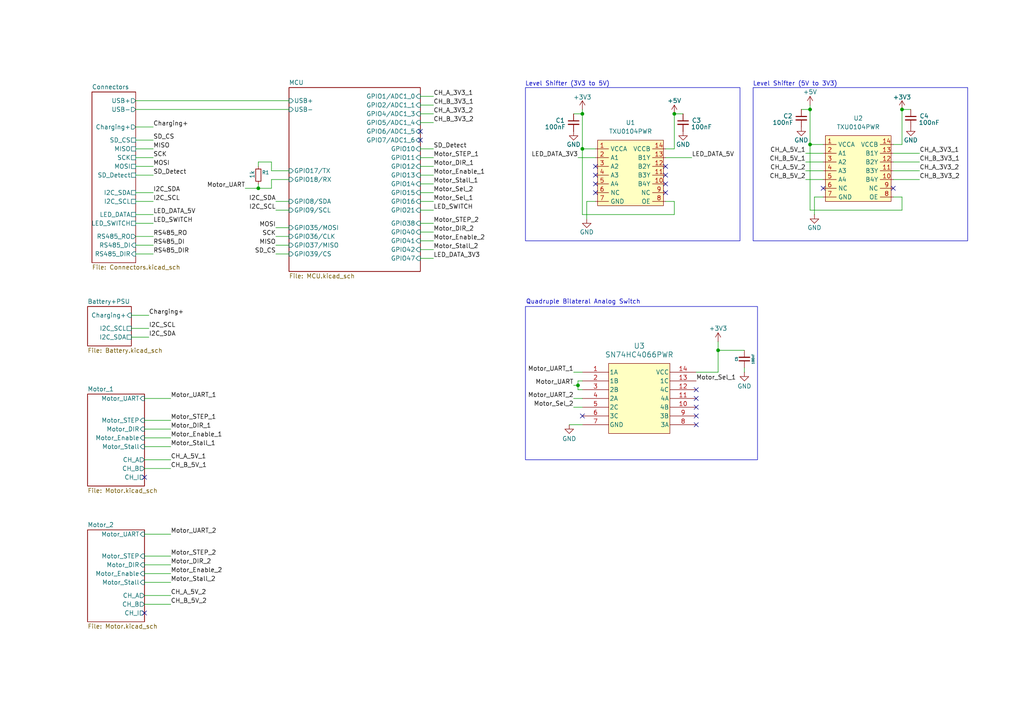
<source format=kicad_sch>
(kicad_sch (version 20250114) (generator "eeschema") (generator_version "9.0")
  (paper "A4")
  (title_block (title "Smart Key Cutter") (date "2025-05-21") (rev "2") (company "Ingenium Engineering Solutions") (comment 1 "Purak Patel"))
  (lib_symbols
    (symbol "Device:C_Small" (pin_numbers (hide yes)) (pin_names (offset 0.254) (hide yes))
      (property "Reference" "C" (at 0.254 1.778 0))
      (property "Value" "C_Small" (at 0.254 -2.032 0))
      (symbol "C_Small_0_1"
        (polyline (pts (xy -1.524 0.508) (xy 1.524 0.508)) (stroke (width 0.3048)))
        (polyline (pts (xy -1.524 -0.508) (xy 1.524 -0.508)) (stroke (width 0.3302)))
      )
      (symbol "C_Small_1_1"
        (pin passive line (at 0 2.54 270) (length 2.032) (name "~") (number "1"))
        (pin passive line (at 0 -2.54 90) (length 2.032) (name "~") (number "2"))
      )
    )
    (symbol "Device:R_Small" (pin_numbers (hide yes)) (pin_names (offset 0.254) (hide yes))
      (property "Reference" "R" (at 0 0 90))
      (property "Value" "R_Small" (at 1.778 0 90))
      (symbol "R_Small_0_1"
        (rectangle (start -0.762 1.778) (end 0.762 -1.778) (stroke (width 0.2032)))
      )
      (symbol "R_Small_1_1"
        (pin passive line (at 0 2.54 270) (length 0.762) (name "~") (number "1"))
        (pin passive line (at 0 -2.54 90) (length 0.762) (name "~") (number "2"))
      )
    )
    (symbol "Ingenium:SN74HC4066DBR" (pin_names (offset 0.254))
      (property "Reference" "U" (at 8.2296 3.9116 0))
      (property "Value" "SN74HC4066DBR" (at 20.1168 3.7084 0))
      (symbol "SN74HC4066DBR_0_1"
        (pin input line (at 0 0 0) (length 7.62) (name "1A") (number "1"))
        (pin input line (at 0 -2.54 0) (length 7.62) (name "1B") (number "2"))
        (pin input line (at 0 -5.08 0) (length 7.62) (name "2B") (number "3"))
        (pin input line (at 0 -7.62 0) (length 7.62) (name "2A") (number "4"))
        (pin input line (at 0 -10.16 0) (length 7.62) (name "2C") (number "5"))
        (pin input line (at 0 -12.7 0) (length 7.62) (name "3C") (number "6"))
        (pin power_in line (at 0 -15.24 0) (length 7.62) (name "GND") (number "7"))
        (pin power_in line (at 33.02 0 180) (length 7.62) (name "VCC") (number "14"))
        (pin input line (at 33.02 -2.54 180) (length 7.62) (name "1C") (number "13"))
        (pin input line (at 33.02 -5.08 180) (length 7.62) (name "4C") (number "12"))
        (pin input line (at 33.02 -7.62 180) (length 7.62) (name "4A") (number "11"))
        (pin input line (at 33.02 -10.16 180) (length 7.62) (name "4B") (number "10"))
        (pin input line (at 33.02 -12.7 180) (length 7.62) (name "3B") (number "9"))
        (pin input line (at 33.02 -15.24 180) (length 7.62) (name "3A") (number "8"))
      )
      (symbol "SN74HC4066DBR_1_1"
        (rectangle (start 7.62 2.54) (end 25.4 -17.78) (fill (type background)))
      )
    )
    (symbol "Summit:TXU0104PWR"
      (property "Reference" "U" (at -1.27 0.762 0))
      (property "Value" "TXU0104PWR" (at 11.43 1.016 0))
      (symbol "TXU0104PWR_1_0"
        (pin input line (at 17.78 -2.54 180) (length 3.81) (name "VCCB") (number "14"))
        (pin input line (at 17.78 -5.08 180) (length 3.81) (name "B1Y") (number "13"))
        (pin input line (at 17.78 -7.62 180) (length 3.81) (name "B2Y") (number "12"))
        (pin input line (at 17.78 -10.16 180) (length 3.81) (name "B3Y") (number "11"))
        (pin input line (at 17.78 -12.7 180) (length 3.81) (name "B4Y") (number "10"))
        (pin input line (at 17.78 -15.24 180) (length 3.81) (name "NC") (number "9"))
      )
      (symbol "TXU0104PWR_1_1"
        (rectangle (start -1.905 0) (end 17.145 -19.05) (fill (type background)))
        (pin input line (at -2.54 -2.54 0) (length 3.81) (name "VCCA") (number "1"))
        (pin input line (at -2.54 -5.08 0) (length 3.81) (name "A1") (number "2"))
        (pin input line (at -2.54 -7.62 0) (length 3.81) (name "A2") (number "3"))
        (pin input line (at -2.54 -10.16 0) (length 3.81) (name "A3") (number "4"))
        (pin input line (at -2.54 -12.7 0) (length 3.81) (name "A4") (number "5"))
        (pin input line (at -2.54 -15.24 0) (length 3.81) (name "NC") (number "6"))
        (pin input line (at -2.54 -17.78 0) (length 3.81) (name "GND") (number "7"))
        (pin input line (at 17.78 -17.78 180) (length 3.81) (name "OE") (number "8"))
      )
    )
    (symbol "power:+3V3" (power) (pin_numbers (hide yes)) (pin_names (offset 0) (hide yes))
      (property "Value" "+3V3" (at 0 3.556 0))
      (symbol "+3V3_0_1"
        (polyline (pts (xy -0.762 1.27) (xy 0 2.54)))
        (polyline (pts (xy 0 2.54) (xy 0.762 1.27)))
        (polyline (pts (xy 0 0) (xy 0 2.54)))
      )
      (symbol "+3V3_1_1"
        (pin power_in line (at 0 0 90) (length 0) (name "~") (number "1"))
      )
    )
    (symbol "power:+5V" (power) (pin_names (offset 0))
      (property "Value" "+5V" (at 0 3.556 0))
      (symbol "+5V_0_1"
        (polyline (pts (xy -0.762 1.27) (xy 0 2.54)))
        (polyline (pts (xy 0 2.54) (xy 0.762 1.27)))
        (polyline (pts (xy 0 0) (xy 0 2.54)))
      )
      (symbol "+5V_1_1"
        (pin power_in line (at 0 0 90) (length 0) (hide yes) (name "+5V") (number "1"))
      )
    )
    (symbol "power:GND" (power) (pin_numbers (hide yes)) (pin_names (offset 0) (hide yes))
      (property "Value" "GND" (at 0 -3.81 0))
      (symbol "GND_0_1"
        (polyline (pts (xy 0 0) (xy 0 -1.27) (xy 1.27 -1.27) (xy 0 -2.54) (xy -1.27 -1.27) (xy 0 -1.27)))
      )
      (symbol "GND_1_1"
        (pin power_in line (at 0 0 270) (length 0) (name "~") (number "1"))
      )
    )
  )
  (rectangle (start 218.44 25.4) (end 280.67 69.85))
  (rectangle (start 152.4 88.9) (end 219.71 133.35))
  (rectangle (start 152.4 25.4) (end 214.63 69.85))
  (text "Level Shifter (5V to 3V3)" (at 230.632 24.384 0) (effects (font (size 1.27 1.27))))
  (text "Quadruple Bilateral Analog Switch" (at 169.164 87.63 0) (effects (font (size 1.27 1.27))))
  (text "Level Shifter (3V3 to 5V)" (at 164.592 24.384 0) (effects (font (size 1.27 1.27))))
  (junction (at 261.62 31.75))
  (junction (at 168.91 43.18))
  (junction (at 234.95 41.91))
  (junction (at 167.64 111.76))
  (junction (at 195.58 33.02))
  (junction (at 234.95 31.75))
  (junction (at 74.93 54.61))
  (junction (at 168.91 33.02))
  (junction (at 208.28 101.6))
  (no_connect (at 193.04 50.8))
  (no_connect (at 168.91 120.65))
  (no_connect (at 201.93 113.03))
  (no_connect (at 172.72 50.8))
  (no_connect (at 193.04 48.26))
  (no_connect (at 41.91 138.43))
  (no_connect (at 201.93 118.11))
  (no_connect (at 259.08 54.61))
  (no_connect (at 172.72 48.26))
  (no_connect (at 201.93 115.57))
  (no_connect (at 121.92 40.64))
  (no_connect (at 201.93 123.19))
  (no_connect (at 172.72 55.88))
  (no_connect (at 238.76 54.61))
  (no_connect (at 172.72 53.34))
  (no_connect (at 193.04 55.88))
  (no_connect (at 201.93 120.65))
  (no_connect (at 193.04 53.34))
  (no_connect (at 121.92 38.1))
  (no_connect (at 41.91 177.8))
  (wire (pts (xy 39.37 62.23) (xy 44.45 62.23)))
  (wire (pts (xy 208.28 101.6) (xy 215.9 101.6)))
  (wire (pts (xy 39.37 48.26) (xy 44.45 48.26)))
  (wire (pts (xy 193.04 45.72) (xy 200.66 45.72)))
  (wire (pts (xy 74.93 46.99) (xy 78.74 46.99)))
  (wire (pts (xy 167.64 111.76) (xy 167.64 113.03)))
  (wire (pts (xy 168.91 43.18) (xy 168.91 33.02)))
  (wire (pts (xy 121.92 55.88) (xy 125.73 55.88)))
  (wire (pts (xy 38.1 95.25) (xy 43.18 95.25)))
  (wire (pts (xy 233.68 44.45) (xy 238.76 44.45)))
  (wire (pts (xy 49.53 154.94) (xy 41.91 154.94)))
  (wire (pts (xy 49.53 168.91) (xy 41.91 168.91)))
  (wire (pts (xy 121.92 35.56) (xy 125.73 35.56)))
  (wire (pts (xy 261.62 31.75) (xy 264.16 31.75)))
  (wire (pts (xy 121.92 27.94) (xy 125.73 27.94)))
  (wire (pts (xy 121.92 74.93) (xy 125.73 74.93)))
  (wire (pts (xy 39.37 64.77) (xy 44.45 64.77)))
  (wire (pts (xy 121.92 33.02) (xy 125.73 33.02)))
  (wire (pts (xy 80.01 68.58) (xy 83.82 68.58)))
  (wire (pts (xy 41.91 133.35) (xy 49.53 133.35)))
  (wire (pts (xy 74.93 46.99) (xy 74.93 48.26)))
  (wire (pts (xy 168.91 31.75) (xy 168.91 33.02)))
  (wire (pts (xy 38.1 97.79) (xy 43.18 97.79)))
  (wire (pts (xy 168.91 110.49) (xy 167.64 110.49)))
  (wire (pts (xy 121.92 72.39) (xy 125.73 72.39)))
  (wire (pts (xy 80.01 73.66) (xy 83.82 73.66)))
  (wire (pts (xy 168.91 62.23) (xy 168.91 43.18)))
  (wire (pts (xy 195.58 62.23) (xy 168.91 62.23)))
  (wire (pts (xy 121.92 69.85) (xy 125.73 69.85)))
  (wire (pts (xy 234.95 30.48) (xy 234.95 31.75)))
  (wire (pts (xy 234.95 41.91) (xy 234.95 31.75)))
  (wire (pts (xy 74.93 54.61) (xy 78.74 54.61)))
  (wire (pts (xy 80.01 60.96) (xy 83.82 60.96)))
  (wire (pts (xy 193.04 43.18) (xy 195.58 43.18)))
  (wire (pts (xy 233.68 49.53) (xy 238.76 49.53)))
  (wire (pts (xy 38.1 91.44) (xy 43.18 91.44)))
  (wire (pts (xy 78.74 52.07) (xy 78.74 54.61)))
  (wire (pts (xy 39.37 40.64) (xy 44.45 40.64)))
  (wire (pts (xy 234.95 60.96) (xy 234.95 41.91)))
  (wire (pts (xy 195.58 58.42) (xy 195.58 62.23)))
  (wire (pts (xy 83.82 52.07) (xy 78.74 52.07)))
  (wire (pts (xy 39.37 36.83) (xy 44.45 36.83)))
  (wire (pts (xy 39.37 55.88) (xy 44.45 55.88)))
  (wire (pts (xy 121.92 58.42) (xy 125.73 58.42)))
  (wire (pts (xy 121.92 48.26) (xy 125.73 48.26)))
  (wire (pts (xy 39.37 71.12) (xy 44.45 71.12)))
  (wire (pts (xy 41.91 172.72) (xy 49.53 172.72)))
  (wire (pts (xy 259.08 52.07) (xy 266.7 52.07)))
  (wire (pts (xy 193.04 58.42) (xy 195.58 58.42)))
  (wire (pts (xy 170.18 58.42) (xy 172.72 58.42)))
  (wire (pts (xy 168.91 43.18) (xy 172.72 43.18)))
  (wire (pts (xy 121.92 43.18) (xy 125.73 43.18)))
  (wire (pts (xy 49.53 127) (xy 41.91 127)))
  (wire (pts (xy 215.9 106.68) (xy 215.9 107.95)))
  (wire (pts (xy 121.92 45.72) (xy 125.73 45.72)))
  (wire (pts (xy 121.92 60.96) (xy 125.73 60.96)))
  (wire (pts (xy 121.92 53.34) (xy 125.73 53.34)))
  (wire (pts (xy 166.37 107.95) (xy 168.91 107.95)))
  (wire (pts (xy 121.92 30.48) (xy 125.73 30.48)))
  (wire (pts (xy 232.41 31.75) (xy 234.95 31.75)))
  (wire (pts (xy 259.08 46.99) (xy 266.7 46.99)))
  (wire (pts (xy 39.37 73.66) (xy 44.45 73.66)))
  (wire (pts (xy 170.18 63.5) (xy 170.18 58.42)))
  (wire (pts (xy 233.68 52.07) (xy 238.76 52.07)))
  (wire (pts (xy 39.37 58.42) (xy 44.45 58.42)))
  (wire (pts (xy 39.37 68.58) (xy 44.45 68.58)))
  (wire (pts (xy 259.08 41.91) (xy 261.62 41.91)))
  (wire (pts (xy 236.22 62.23) (xy 236.22 57.15)))
  (wire (pts (xy 167.64 45.72) (xy 172.72 45.72)))
  (wire (pts (xy 168.91 113.03) (xy 167.64 113.03)))
  (wire (pts (xy 261.62 41.91) (xy 261.62 31.75)))
  (wire (pts (xy 201.93 107.95) (xy 208.28 107.95)))
  (wire (pts (xy 41.91 175.26) (xy 49.53 175.26)))
  (wire (pts (xy 49.53 115.57) (xy 41.91 115.57)))
  (wire (pts (xy 41.91 135.89) (xy 49.53 135.89)))
  (wire (pts (xy 49.53 121.92) (xy 41.91 121.92)))
  (wire (pts (xy 234.95 41.91) (xy 238.76 41.91)))
  (wire (pts (xy 39.37 29.21) (xy 83.82 29.21)))
  (wire (pts (xy 167.64 110.49) (xy 167.64 111.76)))
  (wire (pts (xy 259.08 49.53) (xy 266.7 49.53)))
  (wire (pts (xy 39.37 43.18) (xy 44.45 43.18)))
  (wire (pts (xy 74.93 53.34) (xy 74.93 54.61)))
  (wire (pts (xy 71.12 54.61) (xy 74.93 54.61)))
  (wire (pts (xy 49.53 166.37) (xy 41.91 166.37)))
  (wire (pts (xy 121.92 50.8) (xy 125.73 50.8)))
  (wire (pts (xy 39.37 31.75) (xy 83.82 31.75)))
  (wire (pts (xy 167.64 111.76) (xy 166.37 111.76)))
  (wire (pts (xy 195.58 43.18) (xy 195.58 33.02)))
  (wire (pts (xy 80.01 71.12) (xy 83.82 71.12)))
  (wire (pts (xy 166.37 115.57) (xy 168.91 115.57)))
  (wire (pts (xy 208.28 101.6) (xy 208.28 107.95)))
  (wire (pts (xy 121.92 64.77) (xy 125.73 64.77)))
  (wire (pts (xy 39.37 50.8) (xy 44.45 50.8)))
  (wire (pts (xy 166.37 118.11) (xy 168.91 118.11)))
  (wire (pts (xy 78.74 49.53) (xy 83.82 49.53)))
  (wire (pts (xy 236.22 57.15) (xy 238.76 57.15)))
  (wire (pts (xy 261.62 60.96) (xy 234.95 60.96)))
  (wire (pts (xy 49.53 161.29) (xy 41.91 161.29)))
  (wire (pts (xy 49.53 163.83) (xy 41.91 163.83)))
  (wire (pts (xy 80.01 58.42) (xy 83.82 58.42)))
  (wire (pts (xy 49.53 124.46) (xy 41.91 124.46)))
  (wire (pts (xy 80.01 66.04) (xy 83.82 66.04)))
  (wire (pts (xy 165.1 123.19) (xy 168.91 123.19)))
  (wire (pts (xy 195.58 33.02) (xy 198.12 33.02)))
  (wire (pts (xy 259.08 57.15) (xy 261.62 57.15)))
  (wire (pts (xy 49.53 129.54) (xy 41.91 129.54)))
  (wire (pts (xy 166.37 33.02) (xy 168.91 33.02)))
  (wire (pts (xy 261.62 57.15) (xy 261.62 60.96)))
  (wire (pts (xy 208.28 99.06) (xy 208.28 101.6)))
  (wire (pts (xy 39.37 45.72) (xy 44.45 45.72)))
  (wire (pts (xy 121.92 67.31) (xy 125.73 67.31)))
  (wire (pts (xy 233.68 46.99) (xy 238.76 46.99)))
  (wire (pts (xy 78.74 46.99) (xy 78.74 49.53)))
  (wire (pts (xy 259.08 44.45) (xy 266.7 44.45)))
  (label "CH_A_5V_2" (at 233.68 49.53 180))
  (label "CH_A_5V_1" (at 49.53 133.35 0))
  (label "Motor_Stall_2" (at 49.53 168.91 0))
  (label "Motor_Enable_1" (at 49.53 127 0))
  (label "CH_B_5V_1" (at 49.53 135.89 0))
  (label "CH_B_5V_2" (at 233.68 52.07 180))
  (label "LED_DATA_5V" (at 200.66 45.72 0))
  (label "Motor_UART_2" (at 166.37 115.57 180))
  (label "RS485_RO" (at 44.45 68.58 0))
  (label "Motor_DIR_1" (at 125.73 48.26 0))
  (label "SD_CS" (at 80.01 73.66 180))
  (label "SCK" (at 44.45 45.72 0))
  (label "Motor_Stall_2" (at 125.73 72.39 0))
  (label "I2C_SCL" (at 44.45 58.42 0))
  (label "CH_B_5V_1" (at 233.68 46.99 180))
  (label "SD_Detect" (at 125.73 43.18 0))
  (label "Motor_UART_1" (at 166.37 107.95 180))
  (label "I2C_SCL" (at 80.01 60.96 180))
  (label "CH_B_3V3_2" (at 266.7 52.07 0))
  (label "Motor_UART" (at 166.37 111.76 180))
  (label "Motor_DIR_1" (at 49.53 124.46 0))
  (label "Motor_DIR_2" (at 125.73 67.31 0))
  (label "LED_SWITCH" (at 125.73 60.96 0))
  (label "Motor_Stall_1" (at 49.53 129.54 0))
  (label "Motor_UART_2" (at 49.53 154.94 0))
  (label "MISO" (at 44.45 43.18 0))
  (label "Motor_Sel_2" (at 125.73 55.88 0))
  (label "I2C_SDA" (at 80.01 58.42 180))
  (label "CH_B_3V3_1" (at 125.73 30.48 0))
  (label "Charging+" (at 43.18 91.44 0))
  (label "Motor_Stall_1" (at 125.73 53.34 0))
  (label "MISO" (at 80.01 71.12 180))
  (label "I2C_SDA" (at 44.45 55.88 0))
  (label "Motor_STEP_1" (at 49.53 121.92 0))
  (label "MOSI" (at 80.01 66.04 180))
  (label "Motor_Enable_2" (at 49.53 166.37 0))
  (label "CH_A_5V_1" (at 233.68 44.45 180))
  (label "SD_Detect" (at 44.45 50.8 0))
  (label "CH_A_5V_2" (at 49.53 172.72 0))
  (label "RS485_DIR" (at 44.45 73.66 0))
  (label "I2C_SDA" (at 43.18 97.79 0))
  (label "Motor_UART" (at 71.12 54.61 180))
  (label "SCK" (at 80.01 68.58 180))
  (label "LED_SWITCH" (at 44.45 64.77 0))
  (label "LED_DATA_3V3" (at 167.64 45.72 180))
  (label "Motor_Enable_1" (at 125.73 50.8 0))
  (label "CH_A_3V3_2" (at 125.73 33.02 0))
  (label "LED_DATA_3V3" (at 125.73 74.93 0))
  (label "CH_B_3V3_1" (at 266.7 46.99 0))
  (label "Motor_Sel_1" (at 201.93 110.49 0))
  (label "Motor_STEP_1" (at 125.73 45.72 0))
  (label "Motor_STEP_2" (at 49.53 161.29 0))
  (label "CH_A_3V3_2" (at 266.7 49.53 0))
  (label "Motor_Sel_2" (at 166.37 118.11 180))
  (label "RS485_DI" (at 44.45 71.12 0))
  (label "Motor_Sel_1" (at 125.73 58.42 0))
  (label "I2C_SCL" (at 43.18 95.25 0))
  (label "Charging+" (at 44.45 36.83 0))
  (label "CH_A_3V3_1" (at 266.7 44.45 0))
  (label "CH_A_3V3_1" (at 125.73 27.94 0))
  (label "CH_B_3V3_2" (at 125.73 35.56 0))
  (label "Motor_DIR_2" (at 49.53 163.83 0))
  (label "MOSI" (at 44.45 48.26 0))
  (label "LED_DATA_5V" (at 44.45 62.23 0))
  (label "Motor_STEP_2" (at 125.73 64.77 0))
  (label "SD_CS" (at 44.45 40.64 0))
  (label "CH_B_5V_2" (at 49.53 175.26 0))
  (label "Motor_UART_1" (at 49.53 115.57 0))
  (label "Motor_Enable_2" (at 125.73 69.85 0))
  (symbol (lib_id "power:+3V3") (at 261.62 31.75 0) (unit 1)
    (property "Reference" "#PWR08" (effects (hide yes)))
    (property "Value" "+3V3" (at 261.62 28.194 0))
    (property "Description" "Power symbol creates a global label with name \"+3V3\"" (effects (hide yes)))
  )
  (symbol (lib_id "Ingenium:SN74HC4066DBR") (at 168.91 107.95 0) (unit 1)
    (property "Reference" "U3" (at 185.42 100.33 0) (effects (font (size 1.524 1.524))))
    (property "Value" "SN74HC4066PWR" (at 185.42 102.87 0) (effects (font (size 1.524 1.524))))
    (property "Footprint" "Package_SO:TSSOP-14_4.4x5mm_P0.65mm" (effects (hide yes)))
    (property "Datasheet" "https://www.ti.com/lit/ds/symlink/sn74hc4066.pdf?ts=1749793803092&ref_url=https%253A%252F%252Fwww.ti.com%252Fproduct%252FSN74HC4066%252Fpart-details%252FSN74HC4066PWR" (effects (hide yes)))
  )
  (symbol (lib_id "power:GND") (at 236.22 62.23 0) (unit 1)
    (property "Reference" "#PWR06" (effects (hide yes)))
    (property "Value" "GND" (at 236.22 66.04 0))
  )
  (symbol (lib_id "power:GND") (at 215.9 107.95 0) (unit 1)
    (property "Reference" "#PWR013" (effects (hide yes)))
    (property "Value" "GND" (at 215.9 112.014 0))
    (property "Description" "Power symbol creates a global label with name \"GND\" , ground" (effects (hide yes)))
  )
  (symbol (lib_id "power:GND") (at 264.16 36.83 0) (unit 1)
    (property "Reference" "#PWR010" (effects (hide yes)))
    (property "Value" "GND" (at 264.16 40.64 0))
  )
  (symbol (lib_id "power:+3V3") (at 168.91 31.75 0) (unit 1)
    (property "Reference" "#PWR03" (effects (hide yes)))
    (property "Value" "+3V3" (at 168.91 28.194 0))
    (property "Description" "Power symbol creates a global label with name \"+3V3\"" (effects (hide yes)))
  )
  (symbol (lib_id "power:GND") (at 166.37 38.1 0) (unit 1)
    (property "Reference" "#PWR01" (effects (hide yes)))
    (property "Value" "GND" (at 166.37 41.91 0))
  )
  (symbol (lib_id "Device:C_Small") (at 215.9 104.14 180) (unit 1)
    (property "Reference" "C5" (at 213.614 104.14 90) (effects (font (size 0.635 0.635))))
    (property "Value" "100nF" (at 218.44 104.14 90) (effects (font (size 0.635 0.635))))
    (property "Footprint" "Capacitor_SMD:C_0402_1005Metric" (effects (hide yes)))
    (property "Description" "Unpolarized capacitor, small symbol" (effects (hide yes)))
  )
  (symbol (lib_id "Summit:TXU0104PWR") (at 241.3 39.37 0) (unit 1)
    (property "Reference" "U2" (at 248.92 34.29 0))
    (property "Value" "TXU0104PWR" (at 248.92 36.83 0))
    (property "Footprint" "Package_SO:TSSOP-14_4.4x5mm_P0.65mm" (effects (hide yes)))
    (property "Datasheet" "https://www.ti.com/general/docs/suppproductinfo.tsp?distId=10&gotoUrl=http%3A%2F%2Fwww.ti.com%2Flit%2Fgpn%2FTXU0104" (effects (hide yes)))
    (property "LCSC#" "C2938871" (effects (hide yes)))
  )
  (symbol (lib_id "Device:C_Small") (at 166.37 35.56 0) (mirror y) (unit 1)
    (property "Reference" "C1" (at 163.83 34.9313 0) (effects (justify left)))
    (property "Value" "100nF" (at 164.084 36.83 0) (effects (justify left)))
    (property "Footprint" "Capacitor_SMD:C_0402_1005Metric" (effects (hide yes)))
  )
  (symbol (lib_id "power:GND") (at 198.12 38.1 0) (unit 1)
    (property "Reference" "#PWR09" (effects (hide yes)))
    (property "Value" "GND" (at 198.12 41.91 0))
  )
  (symbol (lib_id "Summit:TXU0104PWR") (at 175.26 40.64 0) (unit 1)
    (property "Reference" "U1" (at 182.88 35.56 0))
    (property "Value" "TXU0104PWR" (at 182.88 38.1 0))
    (property "Footprint" "Package_SO:TSSOP-14_4.4x5mm_P0.65mm" (effects (hide yes)))
    (property "Datasheet" "https://www.ti.com/general/docs/suppproductinfo.tsp?distId=10&gotoUrl=http%3A%2F%2Fwww.ti.com%2Flit%2Fgpn%2FTXU0104" (effects (hide yes)))
    (property "LCSC#" "C2938871" (effects (hide yes)))
  )
  (symbol (lib_id "power:GND") (at 170.18 63.5 0) (unit 1)
    (property "Reference" "#PWR05" (effects (hide yes)))
    (property "Value" "GND" (at 170.18 67.31 0))
  )
  (symbol (lib_id "power:+3V3") (at 208.28 99.06 0) (unit 1)
    (property "Reference" "#PWR012" (effects (hide yes)))
    (property "Value" "+3V3" (at 208.28 95.25 0))
    (property "Description" "Power symbol creates a global label with name \"+3V3\"" (effects (hide yes)))
  )
  (symbol (lib_id "power:+5V") (at 234.95 30.48 0) (unit 1)
    (property "Reference" "#PWR04" (effects (hide yes)))
    (property "Value" "+5V" (at 234.95 26.67 0))
  )
  (symbol (lib_id "Device:C_Small") (at 232.41 34.29 0) (mirror y) (unit 1)
    (property "Reference" "C2" (at 229.87 33.6613 0) (effects (justify left)))
    (property "Value" "100nF" (at 230.124 35.56 0) (effects (justify left)))
    (property "Footprint" "Capacitor_SMD:C_0402_1005Metric" (effects (hide yes)))
  )
  (symbol (lib_id "Device:R_Small") (at 74.93 50.8 0) (unit 1)
    (property "Reference" "R1" (at 75.946 50.038 0) (effects (font (size 1.016 1.016)) (justify left)))
    (property "Value" "1k" (at 73.152 51.816 90) (effects (justify left)))
    (property "Footprint" "Resistor_SMD:R_0402_1005Metric" (effects (hide yes)))
    (property "Description" "Resistor, small symbol" (effects (hide yes)))
  )
  (symbol (lib_id "Device:C_Small") (at 264.16 34.29 0) (unit 1)
    (property "Reference" "C4" (at 266.7 33.6613 0) (effects (justify left)))
    (property "Value" "100nF" (at 266.446 35.56 0) (effects (justify left)))
    (property "Footprint" "Capacitor_SMD:C_0402_1005Metric" (effects (hide yes)))
  )
  (symbol (lib_id "power:+5V") (at 195.58 33.02 0) (unit 1)
    (property "Reference" "#PWR07" (effects (hide yes)))
    (property "Value" "+5V" (at 195.58 29.21 0))
  )
  (symbol (lib_id "power:GND") (at 232.41 36.83 0) (unit 1)
    (property "Reference" "#PWR02" (effects (hide yes)))
    (property "Value" "GND" (at 232.41 40.64 0))
  )
  (symbol (lib_id "power:GND") (at 165.1 123.19 0) (unit 1)
    (property "Reference" "#PWR011" (effects (hide yes)))
    (property "Value" "GND" (at 165.1 127.254 0))
    (property "Description" "Power symbol creates a global label with name \"GND\" , ground" (effects (hide yes)))
  )
  (symbol (lib_id "Device:C_Small") (at 198.12 35.56 0) (unit 1)
    (property "Reference" "C3" (at 200.66 34.9313 0) (effects (justify left)))
    (property "Value" "100nF" (at 200.406 36.83 0) (effects (justify left)))
    (property "Footprint" "Capacitor_SMD:C_0402_1005Metric" (effects (hide yes)))
  )
  (sheet (at 83.82 25.4) (size 38.1 53.34) (stroke (width 0.1524))
    (property "Sheetname" "MCU" (at 83.82 24.6884 0) (effects (justify left bottom)))
    (property "Sheetfile" "MCU.kicad_sch" (at 83.82 79.3246 0) (effects (justify left top)))
    (pin "GPIO42" input (at 121.92 72.39 0))
    (pin "GPIO47" input (at 121.92 74.93 0))
    (pin "GPIO2{slash}ADC1_1" input (at 121.92 30.48 0))
    (pin "GPIO1{slash}ADC1_0" input (at 121.92 27.94 0))
    (pin "GPIO21" input (at 121.92 60.96 0))
    (pin "GPIO17{slash}TX" input (at 83.82 49.53 180))
    (pin "GPIO18{slash}RX" input (at 83.82 52.07 180))
    (pin "GPIO7{slash}ADC1_6" input (at 121.92 40.64 0))
    (pin "GPIO4{slash}ADC1_3" input (at 121.92 33.02 0))
    (pin "GPIO6{slash}ADC1_5" input (at 121.92 38.1 0))
    (pin "GPIO8{slash}SDA" input (at 83.82 58.42 180))
    (pin "GPIO5{slash}ADC1_4" input (at 121.92 35.56 0))
    (pin "GPIO11" input (at 121.92 45.72 0))
    (pin "GPIO10" input (at 121.92 43.18 0))
    (pin "GPIO9{slash}SCL" input (at 83.82 60.96 180))
    (pin "GPIO16" input (at 121.92 58.42 0))
    (pin "GPIO14" input (at 121.92 53.34 0))
    (pin "GPIO12" input (at 121.92 48.26 0))
    (pin "GPIO15" input (at 121.92 55.88 0))
    (pin "GPIO13" input (at 121.92 50.8 0))
    (pin "GPIO35{slash}MOSI" input (at 83.82 66.04 180))
    (pin "GPIO41" input (at 121.92 69.85 0))
    (pin "GPIO40" input (at 121.92 67.31 0))
    (pin "GPIO39{slash}CS" input (at 83.82 73.66 180))
    (pin "GPIO36{slash}CLK" input (at 83.82 68.58 180))
    (pin "GPIO38" input (at 121.92 64.77 0))
    (pin "GPIO37{slash}MISO" input (at 83.82 71.12 180))
    (pin "USB-" input (at 83.82 31.75 180))
    (pin "USB+" input (at 83.82 29.21 180))
  )
  (sheet (at 26.67 26.67) (size 12.7 49.53) (stroke (width 0.1524))
    (property "Sheetname" "Connectors" (at 26.67 25.9584 0) (effects (justify left bottom)))
    (property "Sheetfile" "Connectors.kicad_sch" (at 26.67 76.7846 0) (effects (justify left top)))
    (pin "Charging+" output (at 39.37 36.83 0))
    (pin "SD_Detect" passive (at 39.37 50.8 0))
    (pin "MOSI" passive (at 39.37 48.26 0))
    (pin "SCK" passive (at 39.37 45.72 0))
    (pin "MISO" passive (at 39.37 43.18 0))
    (pin "SD_CS" passive (at 39.37 40.64 0))
    (pin "I2C_SDA" passive (at 39.37 55.88 0))
    (pin "I2C_SCL" passive (at 39.37 58.42 0))
    (pin "USB-" output (at 39.37 31.75 0))
    (pin "USB+" output (at 39.37 29.21 0))
    (pin "LED_DATA" passive (at 39.37 62.23 0))
    (pin "LED_SWITCH" passive (at 39.37 64.77 0))
    (pin "RS485_RO" output (at 39.37 68.58 0))
    (pin "RS485_DI" input (at 39.37 71.12 0))
    (pin "RS485_DIR" input (at 39.37 73.66 0))
  )
  (sheet (at 25.4 153.67) (size 16.51 26.67) (stroke (width 0.1524))
    (property "Sheetname" "Motor_2" (at 25.4 152.9584 0) (effects (justify left bottom)))
    (property "Sheetfile" "Motor.kicad_sch" (at 25.4 180.9246 0) (effects (justify left top)))
    (pin "Motor_UART" input (at 41.91 154.94 0))
    (pin "Motor_STEP" input (at 41.91 161.29 0))
    (pin "Motor_DIR" input (at 41.91 163.83 0))
    (pin "Motor_Enable" input (at 41.91 166.37 0))
    (pin "Motor_Stall" input (at 41.91 168.91 0))
    (pin "CH_A" output (at 41.91 172.72 0))
    (pin "CH_B" output (at 41.91 175.26 0))
    (pin "CH_I" output (at 41.91 177.8 0))
  )
  (sheet (at 25.4 88.9) (size 12.7 11.43) (stroke (width 0.1524))
    (property "Sheetname" "Battery+PSU" (at 25.4 88.1884 0) (effects (justify left bottom)))
    (property "Sheetfile" "Battery.kicad_sch" (at 25.4 100.9146 0) (effects (justify left top)))
    (pin "Charging+" input (at 38.1 91.44 0))
    (pin "I2C_SCL" passive (at 38.1 95.25 0))
    (pin "I2C_SDA" passive (at 38.1 97.79 0))
  )
  (sheet (at 25.4 114.3) (size 16.51 26.67) (stroke (width 0.1524))
    (property "Sheetname" "Motor_1" (at 25.4 113.5884 0) (effects (justify left bottom)))
    (property "Sheetfile" "Motor.kicad_sch" (at 25.4 141.5546 0) (effects (justify left top)))
    (pin "Motor_UART" input (at 41.91 115.57 0))
    (pin "Motor_STEP" input (at 41.91 121.92 0))
    (pin "Motor_DIR" input (at 41.91 124.46 0))
    (pin "Motor_Enable" input (at 41.91 127 0))
    (pin "Motor_Stall" input (at 41.91 129.54 0))
    (pin "CH_A" output (at 41.91 133.35 0))
    (pin "CH_B" output (at 41.91 135.89 0))
    (pin "CH_I" output (at 41.91 138.43 0))
  )
)
</source>
